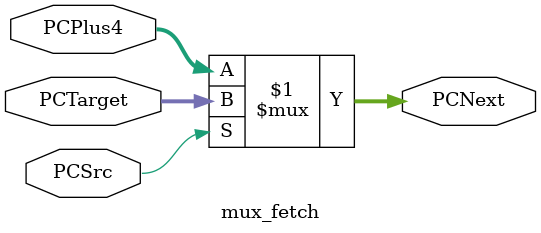
<source format=v>
`timescale 1ns / 1ps


module mux_fetch (
input [32-1:0] PCTarget,
input [32-1:0] PCPlus4,
input PCSrc,
output [32-1:0] PCNext
    );
    
    assign PCNext = (PCSrc)? PCTarget : PCPlus4;
    
endmodule

</source>
